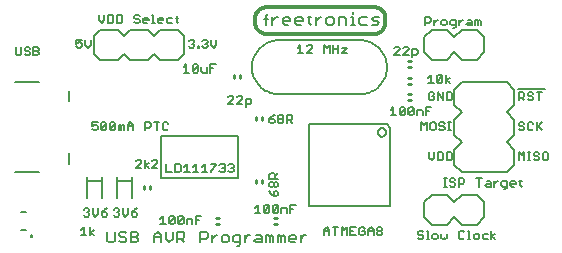
<source format=gto>
G75*
G70*
%OFA0B0*%
%FSLAX24Y24*%
%IPPOS*%
%LPD*%
%AMOC8*
5,1,8,0,0,1.08239X$1,22.5*
%
%ADD10C,0.0050*%
%ADD11C,0.0120*%
%ADD12C,0.0080*%
%ADD13C,0.0060*%
%ADD14C,0.0100*%
%ADD15C,0.0067*%
D10*
X002456Y001095D02*
X002614Y001095D01*
X002614Y001725D02*
X002456Y001725D01*
X004460Y001115D02*
X004550Y001205D01*
X004550Y000935D01*
X004460Y000935D02*
X004640Y000935D01*
X004755Y000935D02*
X004755Y001205D01*
X004890Y001115D02*
X004755Y001025D01*
X004890Y000935D01*
X004945Y001560D02*
X005035Y001650D01*
X005035Y001830D01*
X005149Y001695D02*
X005239Y001785D01*
X005329Y001830D01*
X005284Y001695D02*
X005149Y001695D01*
X005149Y001605D01*
X005194Y001560D01*
X005284Y001560D01*
X005329Y001605D01*
X005329Y001650D01*
X005284Y001695D01*
X004945Y001560D02*
X004855Y001650D01*
X004855Y001830D01*
X004740Y001785D02*
X004740Y001740D01*
X004695Y001695D01*
X004740Y001650D01*
X004740Y001605D01*
X004695Y001560D01*
X004605Y001560D01*
X004560Y001605D01*
X004650Y001695D02*
X004695Y001695D01*
X004740Y001785D02*
X004695Y001830D01*
X004605Y001830D01*
X004560Y001785D01*
X005560Y001785D02*
X005605Y001830D01*
X005695Y001830D01*
X005740Y001785D01*
X005740Y001740D01*
X005695Y001695D01*
X005740Y001650D01*
X005740Y001605D01*
X005695Y001560D01*
X005605Y001560D01*
X005560Y001605D01*
X005650Y001695D02*
X005695Y001695D01*
X005855Y001650D02*
X005945Y001560D01*
X006035Y001650D01*
X006035Y001830D01*
X006149Y001695D02*
X006239Y001785D01*
X006329Y001830D01*
X006284Y001695D02*
X006149Y001695D01*
X006149Y001605D01*
X006194Y001560D01*
X006284Y001560D01*
X006329Y001605D01*
X006329Y001650D01*
X006284Y001695D01*
X005855Y001650D02*
X005855Y001830D01*
X007110Y001485D02*
X007200Y001575D01*
X007200Y001305D01*
X007110Y001305D02*
X007290Y001305D01*
X007405Y001350D02*
X007585Y001530D01*
X007585Y001350D01*
X007540Y001305D01*
X007450Y001305D01*
X007405Y001350D01*
X007405Y001530D01*
X007450Y001575D01*
X007540Y001575D01*
X007585Y001530D01*
X007699Y001530D02*
X007744Y001575D01*
X007834Y001575D01*
X007879Y001530D01*
X007699Y001350D01*
X007744Y001305D01*
X007834Y001305D01*
X007879Y001350D01*
X007879Y001530D01*
X007994Y001485D02*
X008129Y001485D01*
X008174Y001440D01*
X008174Y001305D01*
X008289Y001305D02*
X008289Y001575D01*
X008469Y001575D01*
X008379Y001440D02*
X008289Y001440D01*
X007994Y001485D02*
X007994Y001305D01*
X007699Y001350D02*
X007699Y001530D01*
X010260Y001680D02*
X010440Y001680D01*
X010350Y001680D02*
X010350Y001950D01*
X010260Y001860D01*
X010555Y001905D02*
X010555Y001725D01*
X010735Y001905D01*
X010735Y001725D01*
X010690Y001680D01*
X010600Y001680D01*
X010555Y001725D01*
X010849Y001725D02*
X010894Y001680D01*
X010984Y001680D01*
X011029Y001725D01*
X011029Y001905D01*
X010849Y001725D01*
X010849Y001905D01*
X010894Y001950D01*
X010984Y001950D01*
X011029Y001905D01*
X011144Y001860D02*
X011279Y001860D01*
X011324Y001815D01*
X011324Y001680D01*
X011439Y001680D02*
X011439Y001950D01*
X011619Y001950D01*
X011529Y001815D02*
X011439Y001815D01*
X011144Y001860D02*
X011144Y001680D01*
X010735Y001905D02*
X010690Y001950D01*
X010600Y001950D01*
X010555Y001905D01*
X010880Y002235D02*
X010880Y002370D01*
X010925Y002415D01*
X010970Y002415D01*
X011015Y002370D01*
X011015Y002280D01*
X010970Y002235D01*
X010880Y002235D01*
X010790Y002325D01*
X010745Y002415D01*
X010790Y002530D02*
X010835Y002530D01*
X010880Y002575D01*
X010880Y002665D01*
X010925Y002710D01*
X010970Y002710D01*
X011015Y002665D01*
X011015Y002575D01*
X010970Y002530D01*
X010925Y002530D01*
X010880Y002575D01*
X010880Y002665D02*
X010835Y002710D01*
X010790Y002710D01*
X010745Y002665D01*
X010745Y002575D01*
X010790Y002530D01*
X010745Y002824D02*
X010745Y002959D01*
X010790Y003004D01*
X010880Y003004D01*
X010925Y002959D01*
X010925Y002824D01*
X011015Y002824D02*
X010745Y002824D01*
X010925Y002914D02*
X011015Y003004D01*
X009553Y003085D02*
X009508Y003040D01*
X009418Y003040D01*
X009373Y003085D01*
X009258Y003085D02*
X009213Y003040D01*
X009123Y003040D01*
X009078Y003085D01*
X009168Y003175D02*
X009213Y003175D01*
X009258Y003130D01*
X009258Y003085D01*
X009213Y003175D02*
X009258Y003220D01*
X009258Y003265D01*
X009213Y003310D01*
X009123Y003310D01*
X009078Y003265D01*
X008963Y003265D02*
X008963Y003310D01*
X008783Y003310D01*
X008963Y003265D02*
X008783Y003085D01*
X008783Y003040D01*
X008669Y003040D02*
X008489Y003040D01*
X008579Y003040D02*
X008579Y003310D01*
X008489Y003220D01*
X008374Y003040D02*
X008194Y003040D01*
X008284Y003040D02*
X008284Y003310D01*
X008194Y003220D01*
X007989Y003310D02*
X007899Y003220D01*
X007785Y003265D02*
X007785Y003085D01*
X007740Y003040D01*
X007605Y003040D01*
X007605Y003310D01*
X007740Y003310D01*
X007785Y003265D01*
X007989Y003310D02*
X007989Y003040D01*
X007899Y003040D02*
X008079Y003040D01*
X007490Y003040D02*
X007310Y003040D01*
X007310Y003310D01*
X007005Y003360D02*
X007005Y003405D01*
X006960Y003450D01*
X006870Y003450D01*
X006825Y003405D01*
X006715Y003360D02*
X006580Y003270D01*
X006715Y003180D01*
X006825Y003180D02*
X007005Y003360D01*
X007005Y003180D02*
X006825Y003180D01*
X006580Y003180D02*
X006580Y003450D01*
X006465Y003405D02*
X006420Y003450D01*
X006330Y003450D01*
X006285Y003405D01*
X006465Y003405D02*
X006465Y003360D01*
X006285Y003180D01*
X006465Y003180D01*
X006603Y004435D02*
X006603Y004705D01*
X006738Y004705D01*
X006783Y004660D01*
X006783Y004570D01*
X006738Y004525D01*
X006603Y004525D01*
X006988Y004435D02*
X006988Y004705D01*
X006898Y004705D02*
X007078Y004705D01*
X007192Y004660D02*
X007192Y004480D01*
X007237Y004435D01*
X007327Y004435D01*
X007372Y004480D01*
X007372Y004660D02*
X007327Y004705D01*
X007237Y004705D01*
X007192Y004660D01*
X006194Y004615D02*
X006194Y004435D01*
X006014Y004435D02*
X006014Y004615D01*
X006104Y004705D01*
X006194Y004615D01*
X006194Y004570D02*
X006014Y004570D01*
X005899Y004570D02*
X005899Y004435D01*
X005809Y004435D02*
X005809Y004570D01*
X005854Y004615D01*
X005899Y004570D01*
X005809Y004570D02*
X005764Y004615D01*
X005719Y004615D01*
X005719Y004435D01*
X005604Y004480D02*
X005559Y004435D01*
X005469Y004435D01*
X005424Y004480D01*
X005604Y004660D01*
X005604Y004480D01*
X005424Y004480D02*
X005424Y004660D01*
X005469Y004705D01*
X005559Y004705D01*
X005604Y004660D01*
X005310Y004660D02*
X005310Y004480D01*
X005265Y004435D01*
X005175Y004435D01*
X005130Y004480D01*
X005310Y004660D01*
X005265Y004705D01*
X005175Y004705D01*
X005130Y004660D01*
X005130Y004480D01*
X005015Y004480D02*
X004970Y004435D01*
X004880Y004435D01*
X004835Y004480D01*
X004835Y004570D02*
X004925Y004615D01*
X004970Y004615D01*
X005015Y004570D01*
X005015Y004480D01*
X004835Y004570D02*
X004835Y004705D01*
X005015Y004705D01*
X007885Y006360D02*
X008065Y006360D01*
X007975Y006360D02*
X007975Y006630D01*
X007885Y006540D01*
X008180Y006585D02*
X008225Y006630D01*
X008315Y006630D01*
X008360Y006585D01*
X008180Y006405D01*
X008225Y006360D01*
X008315Y006360D01*
X008360Y006405D01*
X008360Y006585D01*
X008474Y006540D02*
X008474Y006405D01*
X008519Y006360D01*
X008654Y006360D01*
X008654Y006540D01*
X008769Y006495D02*
X008859Y006495D01*
X008769Y006360D02*
X008769Y006630D01*
X008949Y006630D01*
X008180Y006585D02*
X008180Y006405D01*
X008195Y007185D02*
X008105Y007185D01*
X008060Y007230D01*
X008150Y007320D02*
X008195Y007320D01*
X008240Y007275D01*
X008240Y007230D01*
X008195Y007185D01*
X008195Y007320D02*
X008240Y007365D01*
X008240Y007410D01*
X008195Y007455D01*
X008105Y007455D01*
X008060Y007410D01*
X008355Y007230D02*
X008400Y007230D01*
X008400Y007185D01*
X008355Y007185D01*
X008355Y007230D01*
X008502Y007230D02*
X008547Y007185D01*
X008637Y007185D01*
X008682Y007230D01*
X008682Y007275D01*
X008637Y007320D01*
X008592Y007320D01*
X008637Y007320D02*
X008682Y007365D01*
X008682Y007410D01*
X008637Y007455D01*
X008547Y007455D01*
X008502Y007410D01*
X008797Y007455D02*
X008797Y007275D01*
X008887Y007185D01*
X008977Y007275D01*
X008977Y007455D01*
X007704Y008010D02*
X007659Y008055D01*
X007659Y008235D01*
X007614Y008190D02*
X007704Y008190D01*
X007499Y008190D02*
X007364Y008190D01*
X007319Y008145D01*
X007319Y008055D01*
X007364Y008010D01*
X007499Y008010D01*
X007204Y008100D02*
X007024Y008100D01*
X007024Y008055D02*
X007024Y008145D01*
X007069Y008190D01*
X007159Y008190D01*
X007204Y008145D01*
X007204Y008100D01*
X007159Y008010D02*
X007069Y008010D01*
X007024Y008055D01*
X006918Y008010D02*
X006828Y008010D01*
X006873Y008010D02*
X006873Y008280D01*
X006828Y008280D01*
X006713Y008145D02*
X006713Y008100D01*
X006533Y008100D01*
X006533Y008055D02*
X006533Y008145D01*
X006578Y008190D01*
X006668Y008190D01*
X006713Y008145D01*
X006578Y008010D02*
X006533Y008055D01*
X006578Y008010D02*
X006668Y008010D01*
X006419Y008055D02*
X006374Y008010D01*
X006284Y008010D01*
X006239Y008055D01*
X006284Y008145D02*
X006374Y008145D01*
X006419Y008100D01*
X006419Y008055D01*
X006284Y008145D02*
X006239Y008190D01*
X006239Y008235D01*
X006284Y008280D01*
X006374Y008280D01*
X006419Y008235D01*
X005829Y008235D02*
X005829Y008055D01*
X005784Y008010D01*
X005649Y008010D01*
X005649Y008280D01*
X005784Y008280D01*
X005829Y008235D01*
X005535Y008235D02*
X005535Y008055D01*
X005490Y008010D01*
X005355Y008010D01*
X005355Y008280D01*
X005490Y008280D01*
X005535Y008235D01*
X005240Y008280D02*
X005240Y008100D01*
X005150Y008010D01*
X005060Y008100D01*
X005060Y008280D01*
X004785Y007455D02*
X004785Y007275D01*
X004695Y007185D01*
X004605Y007275D01*
X004605Y007455D01*
X004490Y007455D02*
X004310Y007455D01*
X004310Y007320D01*
X004400Y007365D01*
X004445Y007365D01*
X004490Y007320D01*
X004490Y007230D01*
X004445Y007185D01*
X004355Y007185D01*
X004310Y007230D01*
X003054Y007160D02*
X003054Y007115D01*
X003009Y007070D01*
X002874Y007070D01*
X002760Y007025D02*
X002715Y007070D01*
X002625Y007070D01*
X002580Y007115D01*
X002580Y007160D01*
X002625Y007205D01*
X002715Y007205D01*
X002760Y007160D01*
X002874Y007205D02*
X003009Y007205D01*
X003054Y007160D01*
X003009Y007070D02*
X003054Y007025D01*
X003054Y006980D01*
X003009Y006935D01*
X002874Y006935D01*
X002874Y007205D01*
X002760Y007025D02*
X002760Y006980D01*
X002715Y006935D01*
X002625Y006935D01*
X002580Y006980D01*
X002465Y006980D02*
X002420Y006935D01*
X002330Y006935D01*
X002285Y006980D01*
X002285Y007205D01*
X002465Y007205D02*
X002465Y006980D01*
X009360Y005530D02*
X009405Y005575D01*
X009495Y005575D01*
X009540Y005530D01*
X009540Y005485D01*
X009360Y005305D01*
X009540Y005305D01*
X009655Y005305D02*
X009835Y005485D01*
X009835Y005530D01*
X009790Y005575D01*
X009700Y005575D01*
X009655Y005530D01*
X009655Y005305D02*
X009835Y005305D01*
X009949Y005305D02*
X010084Y005305D01*
X010129Y005350D01*
X010129Y005440D01*
X010084Y005485D01*
X009949Y005485D01*
X009949Y005215D01*
X010735Y004815D02*
X010825Y004905D01*
X010915Y004950D01*
X011030Y004905D02*
X011075Y004950D01*
X011165Y004950D01*
X011210Y004905D01*
X011210Y004860D01*
X011165Y004815D01*
X011075Y004815D01*
X011030Y004860D01*
X011030Y004905D01*
X011075Y004815D02*
X011030Y004770D01*
X011030Y004725D01*
X011075Y004680D01*
X011165Y004680D01*
X011210Y004725D01*
X011210Y004770D01*
X011165Y004815D01*
X011324Y004770D02*
X011459Y004770D01*
X011504Y004815D01*
X011504Y004905D01*
X011459Y004950D01*
X011324Y004950D01*
X011324Y004680D01*
X011414Y004770D02*
X011504Y004680D01*
X010915Y004725D02*
X010915Y004770D01*
X010870Y004815D01*
X010735Y004815D01*
X010735Y004725D01*
X010780Y004680D01*
X010870Y004680D01*
X010915Y004725D01*
X012050Y004645D02*
X014650Y004645D01*
X014770Y004525D01*
X014770Y001925D01*
X012050Y001925D01*
X012050Y004645D01*
X014349Y004365D02*
X014351Y004388D01*
X014357Y004411D01*
X014366Y004432D01*
X014379Y004452D01*
X014395Y004469D01*
X014413Y004483D01*
X014433Y004494D01*
X014455Y004502D01*
X014478Y004506D01*
X014502Y004506D01*
X014525Y004502D01*
X014547Y004494D01*
X014567Y004483D01*
X014585Y004469D01*
X014601Y004452D01*
X014614Y004432D01*
X014623Y004411D01*
X014629Y004388D01*
X014631Y004365D01*
X014629Y004342D01*
X014623Y004319D01*
X014614Y004298D01*
X014601Y004278D01*
X014585Y004261D01*
X014567Y004247D01*
X014547Y004236D01*
X014525Y004228D01*
X014502Y004224D01*
X014478Y004224D01*
X014455Y004228D01*
X014433Y004236D01*
X014413Y004247D01*
X014395Y004261D01*
X014379Y004278D01*
X014366Y004298D01*
X014357Y004319D01*
X014351Y004342D01*
X014349Y004365D01*
X014785Y004930D02*
X014965Y004930D01*
X014875Y004930D02*
X014875Y005200D01*
X014785Y005110D01*
X015080Y005155D02*
X015080Y004975D01*
X015260Y005155D01*
X015260Y004975D01*
X015215Y004930D01*
X015125Y004930D01*
X015080Y004975D01*
X015374Y004975D02*
X015554Y005155D01*
X015554Y004975D01*
X015509Y004930D01*
X015419Y004930D01*
X015374Y004975D01*
X015374Y005155D01*
X015419Y005200D01*
X015509Y005200D01*
X015554Y005155D01*
X015669Y005110D02*
X015804Y005110D01*
X015849Y005065D01*
X015849Y004930D01*
X015964Y004930D02*
X015964Y005200D01*
X016144Y005200D01*
X016054Y005065D02*
X015964Y005065D01*
X015669Y005110D02*
X015669Y004930D01*
X015260Y005155D02*
X015215Y005200D01*
X015125Y005200D01*
X015080Y005155D01*
X015810Y004705D02*
X015900Y004615D01*
X015990Y004705D01*
X015990Y004435D01*
X016105Y004480D02*
X016150Y004435D01*
X016240Y004435D01*
X016285Y004480D01*
X016285Y004660D01*
X016240Y004705D01*
X016150Y004705D01*
X016105Y004660D01*
X016105Y004480D01*
X016399Y004480D02*
X016444Y004435D01*
X016534Y004435D01*
X016579Y004480D01*
X016579Y004525D01*
X016534Y004570D01*
X016444Y004570D01*
X016399Y004615D01*
X016399Y004660D01*
X016444Y004705D01*
X016534Y004705D01*
X016579Y004660D01*
X016694Y004705D02*
X016784Y004705D01*
X016739Y004705D02*
X016739Y004435D01*
X016694Y004435D02*
X016784Y004435D01*
X015810Y004435D02*
X015810Y004705D01*
X016105Y005435D02*
X016195Y005435D01*
X016240Y005480D01*
X016240Y005570D01*
X016150Y005570D01*
X016060Y005480D02*
X016105Y005435D01*
X016060Y005480D02*
X016060Y005660D01*
X016105Y005705D01*
X016195Y005705D01*
X016240Y005660D01*
X016355Y005705D02*
X016535Y005435D01*
X016535Y005705D01*
X016649Y005705D02*
X016784Y005705D01*
X016829Y005660D01*
X016829Y005480D01*
X016784Y005435D01*
X016649Y005435D01*
X016649Y005705D01*
X016355Y005705D02*
X016355Y005435D01*
X016375Y006005D02*
X016330Y006050D01*
X016510Y006230D01*
X016510Y006050D01*
X016465Y006005D01*
X016375Y006005D01*
X016330Y006050D02*
X016330Y006230D01*
X016375Y006275D01*
X016465Y006275D01*
X016510Y006230D01*
X016624Y006275D02*
X016624Y006005D01*
X016624Y006095D02*
X016759Y006185D01*
X016624Y006095D02*
X016759Y006005D01*
X016215Y006005D02*
X016035Y006005D01*
X016125Y006005D02*
X016125Y006275D01*
X016035Y006185D01*
X015499Y006865D02*
X015499Y007135D01*
X015634Y007135D01*
X015679Y007090D01*
X015679Y007000D01*
X015634Y006955D01*
X015499Y006955D01*
X015385Y006955D02*
X015205Y006955D01*
X015385Y007135D01*
X015385Y007180D01*
X015340Y007225D01*
X015250Y007225D01*
X015205Y007180D01*
X015090Y007180D02*
X015045Y007225D01*
X014955Y007225D01*
X014910Y007180D01*
X015090Y007180D02*
X015090Y007135D01*
X014910Y006955D01*
X015090Y006955D01*
X013338Y007010D02*
X013158Y007010D01*
X013338Y007190D01*
X013158Y007190D01*
X013044Y007145D02*
X012864Y007145D01*
X012864Y007010D02*
X012864Y007280D01*
X012749Y007280D02*
X012659Y007190D01*
X012569Y007280D01*
X012569Y007010D01*
X012749Y007010D02*
X012749Y007280D01*
X013044Y007280D02*
X013044Y007010D01*
X012160Y007010D02*
X011980Y007010D01*
X012160Y007190D01*
X012160Y007235D01*
X012115Y007280D01*
X012025Y007280D01*
X011980Y007235D01*
X011775Y007280D02*
X011775Y007010D01*
X011685Y007010D02*
X011865Y007010D01*
X011685Y007190D02*
X011775Y007280D01*
X015935Y007935D02*
X015935Y008205D01*
X016070Y008205D01*
X016115Y008160D01*
X016115Y008070D01*
X016070Y008025D01*
X015935Y008025D01*
X016230Y008025D02*
X016320Y008115D01*
X016365Y008115D01*
X016475Y008070D02*
X016475Y007980D01*
X016520Y007935D01*
X016610Y007935D01*
X016655Y007980D01*
X016655Y008070D01*
X016610Y008115D01*
X016520Y008115D01*
X016475Y008070D01*
X016770Y008070D02*
X016770Y007980D01*
X016815Y007935D01*
X016950Y007935D01*
X016950Y007890D02*
X016950Y008115D01*
X016815Y008115D01*
X016770Y008070D01*
X017064Y008025D02*
X017155Y008115D01*
X017200Y008115D01*
X017064Y008115D02*
X017064Y007935D01*
X016950Y007890D02*
X016905Y007845D01*
X016860Y007845D01*
X017310Y007980D02*
X017355Y007935D01*
X017490Y007935D01*
X017490Y008070D01*
X017445Y008115D01*
X017355Y008115D01*
X017355Y008025D02*
X017490Y008025D01*
X017355Y008025D02*
X017310Y007980D01*
X017605Y007935D02*
X017605Y008115D01*
X017650Y008115D01*
X017695Y008070D01*
X017740Y008115D01*
X017785Y008070D01*
X017785Y007935D01*
X017695Y007935D02*
X017695Y008070D01*
X016230Y008115D02*
X016230Y007935D01*
X019035Y005805D02*
X019919Y005805D01*
X019829Y005705D02*
X019649Y005705D01*
X019739Y005705D02*
X019739Y005435D01*
X019535Y005480D02*
X019490Y005435D01*
X019400Y005435D01*
X019355Y005480D01*
X019400Y005570D02*
X019490Y005570D01*
X019535Y005525D01*
X019535Y005480D01*
X019400Y005570D02*
X019355Y005615D01*
X019355Y005660D01*
X019400Y005705D01*
X019490Y005705D01*
X019535Y005660D01*
X019240Y005660D02*
X019240Y005570D01*
X019195Y005525D01*
X019060Y005525D01*
X019060Y005435D02*
X019060Y005705D01*
X019195Y005705D01*
X019240Y005660D01*
X019150Y005525D02*
X019240Y005435D01*
X019195Y004705D02*
X019105Y004705D01*
X019060Y004660D01*
X019060Y004615D01*
X019105Y004570D01*
X019195Y004570D01*
X019240Y004525D01*
X019240Y004480D01*
X019195Y004435D01*
X019105Y004435D01*
X019060Y004480D01*
X019240Y004660D02*
X019195Y004705D01*
X019355Y004660D02*
X019355Y004480D01*
X019400Y004435D01*
X019490Y004435D01*
X019535Y004480D01*
X019649Y004435D02*
X019649Y004705D01*
X019535Y004660D02*
X019490Y004705D01*
X019400Y004705D01*
X019355Y004660D01*
X019694Y004570D02*
X019829Y004435D01*
X019649Y004525D02*
X019829Y004705D01*
X019891Y003705D02*
X019846Y003660D01*
X019846Y003480D01*
X019891Y003435D01*
X019981Y003435D01*
X020026Y003480D01*
X020026Y003660D01*
X019981Y003705D01*
X019891Y003705D01*
X019731Y003660D02*
X019686Y003705D01*
X019596Y003705D01*
X019551Y003660D01*
X019551Y003615D01*
X019596Y003570D01*
X019686Y003570D01*
X019731Y003525D01*
X019731Y003480D01*
X019686Y003435D01*
X019596Y003435D01*
X019551Y003480D01*
X019445Y003435D02*
X019355Y003435D01*
X019400Y003435D02*
X019400Y003705D01*
X019355Y003705D02*
X019445Y003705D01*
X019240Y003705D02*
X019150Y003615D01*
X019060Y003705D01*
X019060Y003435D01*
X019240Y003435D02*
X019240Y003705D01*
X019110Y002785D02*
X019110Y002605D01*
X019155Y002560D01*
X018950Y002650D02*
X018770Y002650D01*
X018770Y002605D02*
X018770Y002695D01*
X018815Y002740D01*
X018905Y002740D01*
X018950Y002695D01*
X018950Y002650D01*
X018905Y002560D02*
X018815Y002560D01*
X018770Y002605D01*
X018655Y002560D02*
X018520Y002560D01*
X018475Y002605D01*
X018475Y002695D01*
X018520Y002740D01*
X018655Y002740D01*
X018655Y002515D01*
X018610Y002470D01*
X018565Y002470D01*
X018230Y002560D02*
X018230Y002740D01*
X018230Y002650D02*
X018320Y002740D01*
X018365Y002740D01*
X018115Y002695D02*
X018115Y002560D01*
X017980Y002560D01*
X017935Y002605D01*
X017980Y002650D01*
X018115Y002650D01*
X018115Y002695D02*
X018070Y002740D01*
X017980Y002740D01*
X017821Y002830D02*
X017640Y002830D01*
X017730Y002830D02*
X017730Y002560D01*
X017231Y002695D02*
X017231Y002785D01*
X017186Y002830D01*
X017051Y002830D01*
X017051Y002560D01*
X017051Y002650D02*
X017186Y002650D01*
X017231Y002695D01*
X016937Y002650D02*
X016937Y002605D01*
X016892Y002560D01*
X016801Y002560D01*
X016756Y002605D01*
X016801Y002695D02*
X016892Y002695D01*
X016937Y002650D01*
X016801Y002695D02*
X016756Y002740D01*
X016756Y002785D01*
X016801Y002830D01*
X016892Y002830D01*
X016937Y002785D01*
X016650Y002830D02*
X016560Y002830D01*
X016605Y002830D02*
X016605Y002560D01*
X016560Y002560D02*
X016650Y002560D01*
X016649Y003435D02*
X016784Y003435D01*
X016829Y003480D01*
X016829Y003660D01*
X016784Y003705D01*
X016649Y003705D01*
X016649Y003435D01*
X016535Y003480D02*
X016535Y003660D01*
X016490Y003705D01*
X016355Y003705D01*
X016355Y003435D01*
X016490Y003435D01*
X016535Y003480D01*
X016240Y003525D02*
X016150Y003435D01*
X016060Y003525D01*
X016060Y003705D01*
X016240Y003705D02*
X016240Y003525D01*
X019065Y002740D02*
X019155Y002740D01*
X018140Y001080D02*
X018140Y000810D01*
X018140Y000900D02*
X018276Y000810D01*
X018140Y000900D02*
X018276Y000990D01*
X018026Y000990D02*
X017891Y000990D01*
X017846Y000945D01*
X017846Y000855D01*
X017891Y000810D01*
X018026Y000810D01*
X017731Y000855D02*
X017731Y000945D01*
X017686Y000990D01*
X017596Y000990D01*
X017551Y000945D01*
X017551Y000855D01*
X017596Y000810D01*
X017686Y000810D01*
X017731Y000855D01*
X017445Y000810D02*
X017355Y000810D01*
X017400Y000810D02*
X017400Y001080D01*
X017355Y001080D01*
X017240Y001035D02*
X017195Y001080D01*
X017105Y001080D01*
X017060Y001035D01*
X017060Y000855D01*
X017105Y000810D01*
X017195Y000810D01*
X017240Y000855D01*
X016651Y000855D02*
X016651Y000990D01*
X016471Y000990D02*
X016471Y000855D01*
X016516Y000810D01*
X016561Y000855D01*
X016606Y000810D01*
X016651Y000855D01*
X016356Y000855D02*
X016356Y000945D01*
X016311Y000990D01*
X016221Y000990D01*
X016176Y000945D01*
X016176Y000855D01*
X016221Y000810D01*
X016311Y000810D01*
X016356Y000855D01*
X016070Y000810D02*
X015980Y000810D01*
X016025Y000810D02*
X016025Y001080D01*
X015980Y001080D01*
X015865Y001035D02*
X015820Y001080D01*
X015730Y001080D01*
X015685Y001035D01*
X015685Y000990D01*
X015730Y000945D01*
X015820Y000945D01*
X015865Y000900D01*
X015865Y000855D01*
X015820Y000810D01*
X015730Y000810D01*
X015685Y000855D01*
X014508Y000980D02*
X014463Y000935D01*
X014373Y000935D01*
X014328Y000980D01*
X014328Y001025D01*
X014373Y001070D01*
X014463Y001070D01*
X014508Y001025D01*
X014508Y000980D01*
X014463Y001070D02*
X014508Y001115D01*
X014508Y001160D01*
X014463Y001205D01*
X014373Y001205D01*
X014328Y001160D01*
X014328Y001115D01*
X014373Y001070D01*
X014213Y001070D02*
X014033Y001070D01*
X014033Y001115D02*
X014033Y000935D01*
X013919Y000980D02*
X013919Y001070D01*
X013829Y001070D01*
X013919Y000980D02*
X013874Y000935D01*
X013784Y000935D01*
X013739Y000980D01*
X013739Y001160D01*
X013784Y001205D01*
X013874Y001205D01*
X013919Y001160D01*
X014033Y001115D02*
X014123Y001205D01*
X014213Y001115D01*
X014213Y000935D01*
X013624Y000935D02*
X013444Y000935D01*
X013444Y001205D01*
X013624Y001205D01*
X013534Y001070D02*
X013444Y001070D01*
X013329Y001205D02*
X013329Y000935D01*
X013149Y000935D02*
X013149Y001205D01*
X013239Y001115D01*
X013329Y001205D01*
X013035Y001205D02*
X012855Y001205D01*
X012945Y001205D02*
X012945Y000935D01*
X012740Y000935D02*
X012740Y001115D01*
X012650Y001205D01*
X012560Y001115D01*
X012560Y000935D01*
X012560Y001070D02*
X012740Y001070D01*
X009553Y003085D02*
X009553Y003130D01*
X009508Y003175D01*
X009463Y003175D01*
X009508Y003175D02*
X009553Y003220D01*
X009553Y003265D01*
X009508Y003310D01*
X009418Y003310D01*
X009373Y003265D01*
D11*
X010630Y007645D02*
X014250Y007645D01*
X014250Y007646D02*
X014287Y007649D01*
X014324Y007657D01*
X014359Y007668D01*
X014394Y007682D01*
X014426Y007700D01*
X014457Y007721D01*
X014486Y007744D01*
X014512Y007771D01*
X014536Y007800D01*
X014557Y007831D01*
X014574Y007864D01*
X014588Y007898D01*
X014599Y007934D01*
X014606Y007971D01*
X014610Y008008D01*
X014609Y008045D01*
X014610Y008045D02*
X014610Y008155D01*
X014609Y008191D01*
X014605Y008227D01*
X014597Y008263D01*
X014586Y008297D01*
X014571Y008331D01*
X014553Y008362D01*
X014532Y008392D01*
X014509Y008419D01*
X014482Y008445D01*
X014454Y008467D01*
X014423Y008486D01*
X014391Y008503D01*
X014357Y008516D01*
X014322Y008526D01*
X014286Y008532D01*
X014250Y008535D01*
X010630Y008535D01*
X010594Y008532D01*
X010558Y008526D01*
X010523Y008516D01*
X010489Y008503D01*
X010457Y008486D01*
X010426Y008467D01*
X010398Y008445D01*
X010371Y008419D01*
X010348Y008392D01*
X010327Y008362D01*
X010309Y008331D01*
X010294Y008297D01*
X010283Y008263D01*
X010275Y008227D01*
X010271Y008191D01*
X010270Y008155D01*
X010270Y008025D01*
X010271Y007989D01*
X010275Y007953D01*
X010283Y007917D01*
X010294Y007883D01*
X010309Y007849D01*
X010327Y007818D01*
X010348Y007788D01*
X010371Y007761D01*
X010398Y007735D01*
X010426Y007713D01*
X010457Y007694D01*
X010489Y007677D01*
X010523Y007664D01*
X010558Y007654D01*
X010594Y007648D01*
X010630Y007645D01*
D12*
X011060Y007435D02*
X013760Y007435D01*
X013803Y007950D02*
X013989Y007950D01*
X014156Y007950D02*
X014341Y007950D01*
X014403Y008012D01*
X014341Y008073D01*
X014218Y008073D01*
X014156Y008135D01*
X014218Y008197D01*
X014403Y008197D01*
X013989Y008197D02*
X013803Y008197D01*
X013742Y008135D01*
X013742Y008012D01*
X013803Y007950D01*
X013589Y007950D02*
X013465Y007950D01*
X013527Y007950D02*
X013527Y008197D01*
X013465Y008197D01*
X013298Y008135D02*
X013298Y007950D01*
X013051Y007950D02*
X013051Y008197D01*
X013236Y008197D01*
X013298Y008135D01*
X012884Y008135D02*
X012884Y008012D01*
X012822Y007950D01*
X012698Y007950D01*
X012637Y008012D01*
X012637Y008135D01*
X012698Y008197D01*
X012822Y008197D01*
X012884Y008135D01*
X012477Y008197D02*
X012415Y008197D01*
X012291Y008073D01*
X012291Y007950D02*
X012291Y008197D01*
X012139Y008197D02*
X012015Y008197D01*
X012077Y008259D02*
X012077Y008012D01*
X012139Y007950D01*
X011848Y008073D02*
X011601Y008073D01*
X011601Y008012D02*
X011601Y008135D01*
X011663Y008197D01*
X011786Y008197D01*
X011848Y008135D01*
X011848Y008073D01*
X011663Y007950D02*
X011601Y008012D01*
X011663Y007950D02*
X011786Y007950D01*
X011433Y008073D02*
X011187Y008073D01*
X011187Y008012D02*
X011187Y008135D01*
X011248Y008197D01*
X011372Y008197D01*
X011433Y008135D01*
X011433Y008073D01*
X011248Y007950D02*
X011187Y008012D01*
X011248Y007950D02*
X011372Y007950D01*
X011026Y008197D02*
X010965Y008197D01*
X010841Y008073D01*
X010841Y007950D02*
X010841Y008197D01*
X010688Y008135D02*
X010565Y008135D01*
X010627Y008259D02*
X010627Y007950D01*
X010627Y008259D02*
X010688Y008320D01*
X013527Y008382D02*
X013527Y008320D01*
X015910Y007535D02*
X015910Y007035D01*
X016160Y006785D01*
X016660Y006785D01*
X016910Y007035D01*
X017160Y006785D01*
X017660Y006785D01*
X017910Y007035D01*
X017910Y007535D01*
X017660Y007785D01*
X017160Y007785D01*
X016910Y007535D01*
X016660Y007785D01*
X016160Y007785D01*
X015910Y007535D01*
X013760Y007435D02*
X013819Y007433D01*
X013877Y007427D01*
X013936Y007418D01*
X013993Y007404D01*
X014049Y007387D01*
X014104Y007366D01*
X014158Y007342D01*
X014210Y007314D01*
X014260Y007283D01*
X014308Y007249D01*
X014353Y007212D01*
X014396Y007171D01*
X014437Y007128D01*
X014474Y007083D01*
X014508Y007035D01*
X014539Y006985D01*
X014567Y006933D01*
X014591Y006879D01*
X014612Y006824D01*
X014629Y006768D01*
X014643Y006711D01*
X014652Y006652D01*
X014658Y006594D01*
X014660Y006535D01*
X014658Y006476D01*
X014652Y006418D01*
X014643Y006359D01*
X014629Y006302D01*
X014612Y006246D01*
X014591Y006191D01*
X014567Y006137D01*
X014539Y006085D01*
X014508Y006035D01*
X014474Y005987D01*
X014437Y005942D01*
X014396Y005899D01*
X014353Y005858D01*
X014308Y005821D01*
X014260Y005787D01*
X014210Y005756D01*
X014158Y005728D01*
X014104Y005704D01*
X014049Y005683D01*
X013993Y005666D01*
X013936Y005652D01*
X013877Y005643D01*
X013819Y005637D01*
X013760Y005635D01*
X011060Y005635D01*
X011001Y005637D01*
X010943Y005643D01*
X010884Y005652D01*
X010827Y005666D01*
X010771Y005683D01*
X010716Y005704D01*
X010662Y005728D01*
X010610Y005756D01*
X010560Y005787D01*
X010512Y005821D01*
X010467Y005858D01*
X010424Y005899D01*
X010383Y005942D01*
X010346Y005987D01*
X010312Y006035D01*
X010281Y006085D01*
X010253Y006137D01*
X010229Y006191D01*
X010208Y006246D01*
X010191Y006302D01*
X010177Y006359D01*
X010168Y006418D01*
X010162Y006476D01*
X010160Y006535D01*
X010162Y006594D01*
X010168Y006652D01*
X010177Y006711D01*
X010191Y006768D01*
X010208Y006824D01*
X010229Y006879D01*
X010253Y006933D01*
X010281Y006985D01*
X010312Y007035D01*
X010346Y007083D01*
X010383Y007128D01*
X010424Y007171D01*
X010467Y007212D01*
X010512Y007249D01*
X010560Y007283D01*
X010610Y007314D01*
X010662Y007342D01*
X010716Y007366D01*
X010771Y007387D01*
X010827Y007404D01*
X010884Y007418D01*
X010943Y007427D01*
X011001Y007433D01*
X011060Y007435D01*
X004059Y005755D02*
X004059Y005401D01*
X003075Y006031D02*
X002248Y006031D01*
X007120Y004235D02*
X009700Y004235D01*
X009700Y002835D01*
X007120Y002835D01*
X007120Y004235D01*
X006166Y002889D02*
X006166Y002732D01*
X005654Y002732D01*
X005654Y002181D01*
X005166Y002181D02*
X005166Y002732D01*
X004654Y002732D01*
X004654Y002181D01*
X004654Y002732D02*
X004654Y002889D01*
X005166Y002889D02*
X005166Y002732D01*
X005654Y002732D02*
X005654Y002889D01*
X006166Y002732D02*
X006166Y002181D01*
X004059Y003315D02*
X004059Y003669D01*
X003075Y003039D02*
X002248Y003039D01*
X015910Y002035D02*
X015910Y001535D01*
X016160Y001285D01*
X016660Y001285D01*
X016910Y001535D01*
X017160Y001285D01*
X017660Y001285D01*
X017910Y001535D01*
X017910Y002035D01*
X017660Y002285D01*
X017160Y002285D01*
X016910Y002035D01*
X016660Y002285D01*
X016160Y002285D01*
X015910Y002035D01*
D13*
X017160Y003035D02*
X016910Y003285D01*
X016910Y003785D01*
X017160Y004035D01*
X016910Y004285D01*
X016910Y004785D01*
X017160Y005035D01*
X016910Y005285D01*
X016910Y005785D01*
X017160Y006035D01*
X018660Y006035D01*
X018910Y005785D01*
X018910Y005285D01*
X018660Y005035D01*
X018910Y004785D01*
X018910Y004285D01*
X018660Y004035D01*
X018910Y003785D01*
X018910Y003285D01*
X018660Y003035D01*
X017160Y003035D01*
X011971Y000935D02*
X011911Y000935D01*
X011790Y000815D01*
X011790Y000695D02*
X011790Y000935D01*
X011644Y000875D02*
X011644Y000815D01*
X011404Y000815D01*
X011404Y000755D02*
X011404Y000875D01*
X011464Y000935D01*
X011584Y000935D01*
X011644Y000875D01*
X011464Y000695D02*
X011404Y000755D01*
X011464Y000695D02*
X011584Y000695D01*
X011257Y000695D02*
X011257Y000875D01*
X011197Y000935D01*
X011137Y000875D01*
X011137Y000695D01*
X011017Y000695D02*
X011017Y000935D01*
X011077Y000935D01*
X011137Y000875D01*
X010871Y000875D02*
X010871Y000695D01*
X010750Y000695D02*
X010750Y000875D01*
X010810Y000935D01*
X010871Y000875D01*
X010750Y000875D02*
X010690Y000935D01*
X010630Y000935D01*
X010630Y000695D01*
X010484Y000695D02*
X010304Y000695D01*
X010244Y000755D01*
X010304Y000815D01*
X010484Y000815D01*
X010484Y000875D02*
X010484Y000695D01*
X010484Y000875D02*
X010424Y000935D01*
X010304Y000935D01*
X010101Y000935D02*
X010041Y000935D01*
X009921Y000815D01*
X009921Y000695D02*
X009921Y000935D01*
X009775Y000935D02*
X009595Y000935D01*
X009535Y000875D01*
X009535Y000755D01*
X009595Y000695D01*
X009775Y000695D01*
X009775Y000635D02*
X009775Y000935D01*
X009388Y000875D02*
X009388Y000755D01*
X009328Y000695D01*
X009208Y000695D01*
X009148Y000755D01*
X009148Y000875D01*
X009208Y000935D01*
X009328Y000935D01*
X009388Y000875D01*
X009006Y000935D02*
X008946Y000935D01*
X008826Y000815D01*
X008826Y000695D02*
X008826Y000935D01*
X008679Y000875D02*
X008619Y000815D01*
X008439Y000815D01*
X008679Y000875D02*
X008679Y000995D01*
X008619Y001055D01*
X008439Y001055D01*
X008439Y000695D01*
X007906Y000695D02*
X007785Y000815D01*
X007846Y000815D02*
X007665Y000815D01*
X007519Y000815D02*
X007519Y001055D01*
X007665Y001055D02*
X007846Y001055D01*
X007906Y000995D01*
X007906Y000875D01*
X007846Y000815D01*
X007665Y000695D02*
X007665Y001055D01*
X007519Y000815D02*
X007399Y000695D01*
X007279Y000815D01*
X007279Y001055D01*
X007132Y000935D02*
X007132Y000695D01*
X006892Y000695D02*
X006892Y000935D01*
X007012Y001055D01*
X007132Y000935D01*
X007132Y000875D02*
X006892Y000875D01*
X006359Y000815D02*
X006359Y000755D01*
X006299Y000695D01*
X006118Y000695D01*
X006118Y001055D01*
X006299Y001055D01*
X006359Y000995D01*
X006359Y000935D01*
X006299Y000875D01*
X006118Y000875D01*
X005972Y000815D02*
X005972Y000755D01*
X005912Y000695D01*
X005792Y000695D01*
X005732Y000755D01*
X005792Y000875D02*
X005912Y000875D01*
X005972Y000815D01*
X005792Y000875D02*
X005732Y000935D01*
X005732Y000995D01*
X005792Y001055D01*
X005912Y001055D01*
X005972Y000995D01*
X006299Y000875D02*
X006359Y000815D01*
X005585Y000755D02*
X005585Y001055D01*
X005345Y001055D02*
X005345Y000755D01*
X005405Y000695D01*
X005525Y000695D01*
X005585Y000755D01*
X009655Y000575D02*
X009715Y000575D01*
X009775Y000635D01*
X007710Y006785D02*
X007110Y006785D01*
X006910Y006985D01*
X006710Y006785D01*
X006110Y006785D01*
X005910Y006985D01*
X005710Y006785D01*
X005110Y006785D01*
X004910Y006985D01*
X004910Y007585D01*
X005110Y007785D01*
X005710Y007785D01*
X005910Y007585D01*
X006110Y007785D01*
X006710Y007785D01*
X006910Y007585D01*
X007110Y007785D01*
X007710Y007785D01*
X007910Y007585D01*
X007910Y006985D01*
X007710Y006785D01*
D14*
X009560Y006285D02*
X009560Y006185D01*
X009760Y006185D02*
X009760Y006285D01*
X010310Y004885D02*
X010310Y004785D01*
X010510Y004785D02*
X010510Y004885D01*
X010510Y002785D02*
X010510Y002685D01*
X010310Y002685D02*
X010310Y002785D01*
X010885Y001510D02*
X010985Y001510D01*
X010985Y001310D02*
X010885Y001310D01*
X009060Y001310D02*
X008960Y001310D01*
X008960Y001510D02*
X009060Y001510D01*
X006760Y002485D02*
X006760Y002585D01*
X006560Y002585D02*
X006560Y002485D01*
X015360Y005435D02*
X015460Y005435D01*
X015460Y005635D02*
X015360Y005635D01*
X015360Y005985D02*
X015460Y005985D01*
X015460Y006185D02*
X015360Y006185D01*
X015360Y006535D02*
X015460Y006535D01*
X015460Y006735D02*
X015360Y006735D01*
D15*
X002780Y000906D02*
X002782Y000917D01*
X002787Y000926D01*
X002795Y000933D01*
X002806Y000937D01*
X002816Y000937D01*
X002826Y000933D01*
X002835Y000926D01*
X002840Y000917D01*
X002842Y000906D01*
X002840Y000895D01*
X002835Y000886D01*
X002827Y000879D01*
X002816Y000875D01*
X002806Y000875D01*
X002795Y000879D01*
X002787Y000886D01*
X002782Y000895D01*
X002780Y000906D01*
M02*

</source>
